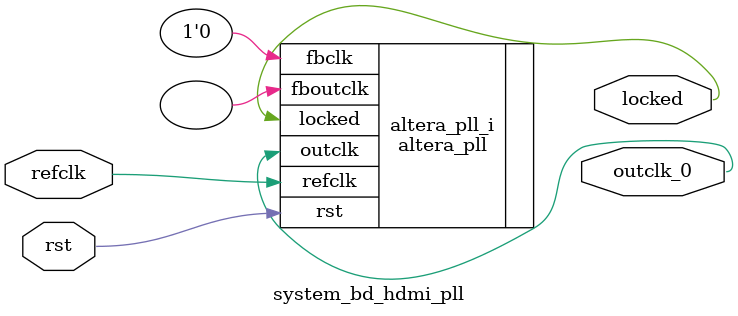
<source format=v>
`timescale 1ns/10ps
module  system_bd_hdmi_pll(

	// interface 'refclk'
	input wire refclk,

	// interface 'reset'
	input wire rst,

	// interface 'outclk0'
	output wire outclk_0,

	// interface 'locked'
	output wire locked
);

	altera_pll #(
		.fractional_vco_multiplier("false"),
		.reference_clock_frequency("100.0 MHz"),
		.operation_mode("direct"),
		.number_of_clocks(1),
		.output_clock_frequency0("148.484848 MHz"),
		.phase_shift0("0 ps"),
		.duty_cycle0(50),
		.output_clock_frequency1("0 MHz"),
		.phase_shift1("0 ps"),
		.duty_cycle1(50),
		.output_clock_frequency2("0 MHz"),
		.phase_shift2("0 ps"),
		.duty_cycle2(50),
		.output_clock_frequency3("0 MHz"),
		.phase_shift3("0 ps"),
		.duty_cycle3(50),
		.output_clock_frequency4("0 MHz"),
		.phase_shift4("0 ps"),
		.duty_cycle4(50),
		.output_clock_frequency5("0 MHz"),
		.phase_shift5("0 ps"),
		.duty_cycle5(50),
		.output_clock_frequency6("0 MHz"),
		.phase_shift6("0 ps"),
		.duty_cycle6(50),
		.output_clock_frequency7("0 MHz"),
		.phase_shift7("0 ps"),
		.duty_cycle7(50),
		.output_clock_frequency8("0 MHz"),
		.phase_shift8("0 ps"),
		.duty_cycle8(50),
		.output_clock_frequency9("0 MHz"),
		.phase_shift9("0 ps"),
		.duty_cycle9(50),
		.output_clock_frequency10("0 MHz"),
		.phase_shift10("0 ps"),
		.duty_cycle10(50),
		.output_clock_frequency11("0 MHz"),
		.phase_shift11("0 ps"),
		.duty_cycle11(50),
		.output_clock_frequency12("0 MHz"),
		.phase_shift12("0 ps"),
		.duty_cycle12(50),
		.output_clock_frequency13("0 MHz"),
		.phase_shift13("0 ps"),
		.duty_cycle13(50),
		.output_clock_frequency14("0 MHz"),
		.phase_shift14("0 ps"),
		.duty_cycle14(50),
		.output_clock_frequency15("0 MHz"),
		.phase_shift15("0 ps"),
		.duty_cycle15(50),
		.output_clock_frequency16("0 MHz"),
		.phase_shift16("0 ps"),
		.duty_cycle16(50),
		.output_clock_frequency17("0 MHz"),
		.phase_shift17("0 ps"),
		.duty_cycle17(50),
		.pll_type("General"),
		.pll_subtype("General")
	) altera_pll_i (
		.rst	(rst),
		.outclk	({outclk_0}),
		.locked	(locked),
		.fboutclk	( ),
		.fbclk	(1'b0),
		.refclk	(refclk)
	);
endmodule


</source>
